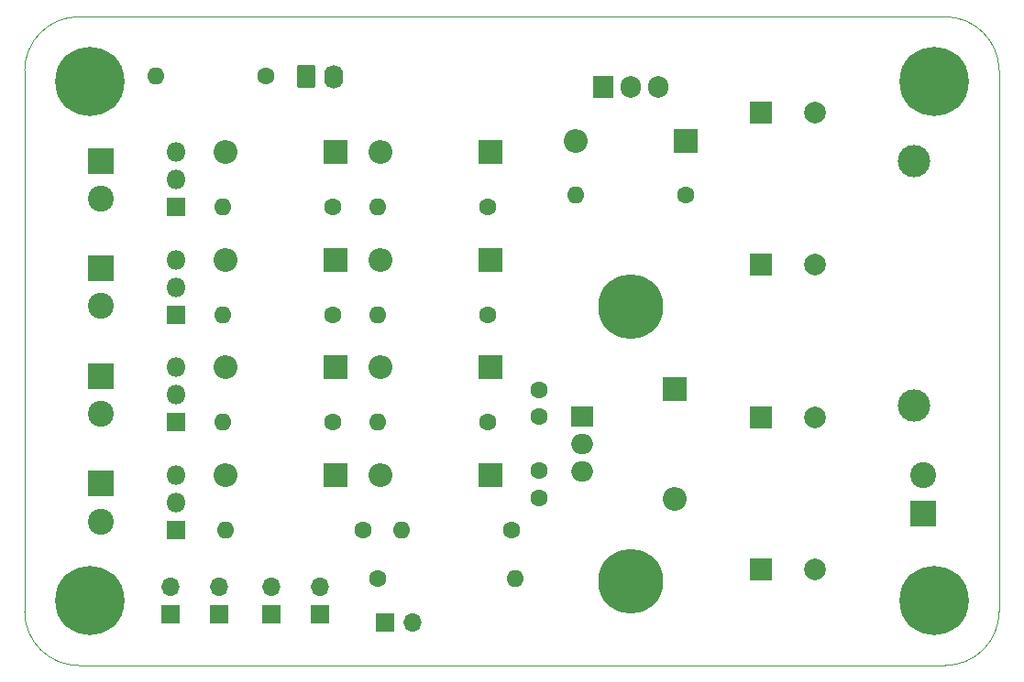
<source format=gbr>
%TF.GenerationSoftware,KiCad,Pcbnew,(5.1.8)-1*%
%TF.CreationDate,2021-02-11T07:27:05+01:00*%
%TF.ProjectId,psu,7073752e-6b69-4636-9164-5f7063625858,rev?*%
%TF.SameCoordinates,Original*%
%TF.FileFunction,Soldermask,Top*%
%TF.FilePolarity,Negative*%
%FSLAX46Y46*%
G04 Gerber Fmt 4.6, Leading zero omitted, Abs format (unit mm)*
G04 Created by KiCad (PCBNEW (5.1.8)-1) date 2021-02-11 07:27:05*
%MOMM*%
%LPD*%
G01*
G04 APERTURE LIST*
%TA.AperFunction,Profile*%
%ADD10C,0.050000*%
%TD*%
%ADD11R,2.000000X2.000000*%
%ADD12C,2.000000*%
%ADD13C,1.600000*%
%ADD14O,2.200000X2.200000*%
%ADD15R,2.200000X2.200000*%
%ADD16O,1.740000X2.190000*%
%ADD17C,3.000000*%
%ADD18R,2.400000X2.400000*%
%ADD19C,2.400000*%
%ADD20R,1.700000X1.700000*%
%ADD21O,1.700000X1.700000*%
%ADD22O,1.800000X1.800000*%
%ADD23R,1.800000X1.800000*%
%ADD24R,1.905000X2.000000*%
%ADD25O,1.905000X2.000000*%
%ADD26O,1.600000X1.600000*%
%ADD27O,2.000000X1.905000*%
%ADD28R,2.000000X1.905000*%
%ADD29C,6.000000*%
%ADD30C,6.400000*%
%ADD31C,0.800000*%
G04 APERTURE END LIST*
D10*
X85000000Y-110000000D02*
G75*
G02*
X80000000Y-105000000I0J5000000D01*
G01*
X170000000Y-105000000D02*
G75*
G02*
X165000000Y-110000000I-5000000J0D01*
G01*
X165000000Y-50000000D02*
G75*
G02*
X170000000Y-55000000I0J-5000000D01*
G01*
X80000000Y-55000000D02*
G75*
G02*
X85000000Y-50000000I5000000J0D01*
G01*
X170000000Y-55000000D02*
X170000000Y-105000000D01*
X85000000Y-110000000D02*
X165000000Y-110000000D01*
X85000000Y-50000000D02*
X165000000Y-50000000D01*
X80000000Y-55000000D02*
X80000000Y-105000000D01*
D11*
%TO.C,C1*%
X148000000Y-58850000D03*
D12*
X153000000Y-58850000D03*
%TD*%
D11*
%TO.C,C2*%
X148000000Y-72950000D03*
D12*
X153000000Y-72950000D03*
%TD*%
%TO.C,C3*%
X153000000Y-87050000D03*
D11*
X148000000Y-87050000D03*
%TD*%
D12*
%TO.C,C4*%
X153000000Y-101150000D03*
D11*
X148000000Y-101150000D03*
%TD*%
D13*
%TO.C,C5*%
X127500000Y-84500000D03*
X127500000Y-87000000D03*
%TD*%
%TO.C,C6*%
X127500000Y-92000000D03*
X127500000Y-94500000D03*
%TD*%
D14*
%TO.C,D1*%
X98590000Y-92400000D03*
D15*
X108750000Y-92400000D03*
%TD*%
%TO.C,D2*%
X108750000Y-82440000D03*
D14*
X98590000Y-82440000D03*
%TD*%
%TO.C,D3*%
X98590000Y-72480000D03*
D15*
X108750000Y-72480000D03*
%TD*%
%TO.C,D4*%
X108750000Y-62520000D03*
D14*
X98590000Y-62520000D03*
%TD*%
D15*
%TO.C,D5*%
X123034999Y-92400000D03*
D14*
X112874999Y-92400000D03*
%TD*%
D15*
%TO.C,D6*%
X123034999Y-82440000D03*
D14*
X112874999Y-82440000D03*
%TD*%
%TO.C,D7*%
X112874999Y-72480000D03*
D15*
X123034999Y-72480000D03*
%TD*%
D14*
%TO.C,D8*%
X112874999Y-62520000D03*
D15*
X123034999Y-62520000D03*
%TD*%
D14*
%TO.C,D9*%
X140000000Y-94580000D03*
D15*
X140000000Y-84420000D03*
%TD*%
%TO.C,D10*%
G36*
G01*
X105130000Y-56365001D02*
X105130000Y-54674999D01*
G75*
G02*
X105379999Y-54425000I249999J0D01*
G01*
X106620001Y-54425000D01*
G75*
G02*
X106870000Y-54674999I0J-249999D01*
G01*
X106870000Y-56365001D01*
G75*
G02*
X106620001Y-56615000I-249999J0D01*
G01*
X105379999Y-56615000D01*
G75*
G02*
X105130000Y-56365001I0J249999D01*
G01*
G37*
D16*
X108540000Y-55520000D03*
%TD*%
D15*
%TO.C,D11*%
X141080000Y-61500000D03*
D14*
X130920000Y-61500000D03*
%TD*%
D17*
%TO.C,F1*%
X162150000Y-63333333D03*
X162150000Y-85933333D03*
%TD*%
D18*
%TO.C,J1*%
X87000000Y-93190000D03*
D19*
X87000000Y-96690000D03*
%TD*%
%TO.C,J2*%
X87000000Y-86730000D03*
D18*
X87000000Y-83230000D03*
%TD*%
D19*
%TO.C,J3*%
X87000000Y-76770000D03*
D18*
X87000000Y-73270000D03*
%TD*%
%TO.C,J4*%
X87000000Y-63310000D03*
D19*
X87000000Y-66810000D03*
%TD*%
D18*
%TO.C,J5*%
X163000000Y-95916666D03*
D19*
X163000000Y-92416666D03*
%TD*%
D20*
%TO.C,JP1*%
X93500000Y-105275000D03*
D21*
X93500000Y-102735000D03*
%TD*%
%TO.C,JP2*%
X98000000Y-102735000D03*
D20*
X98000000Y-105275000D03*
%TD*%
%TO.C,JP3*%
X102750000Y-105275000D03*
D21*
X102750000Y-102735000D03*
%TD*%
%TO.C,JP4*%
X107250000Y-102735000D03*
D20*
X107250000Y-105275000D03*
%TD*%
%TO.C,JP5*%
X113324999Y-106000000D03*
D21*
X115864999Y-106000000D03*
%TD*%
D22*
%TO.C,Q1*%
X94000000Y-92400000D03*
X94000000Y-94940000D03*
D23*
X94000000Y-97480000D03*
%TD*%
%TO.C,Q2*%
X94000000Y-87520000D03*
D22*
X94000000Y-84980000D03*
X94000000Y-82440000D03*
%TD*%
%TO.C,Q3*%
X94000000Y-72480000D03*
X94000000Y-75020000D03*
D23*
X94000000Y-77560000D03*
%TD*%
%TO.C,Q4*%
X94000000Y-67600000D03*
D22*
X94000000Y-65060000D03*
X94000000Y-62520000D03*
%TD*%
D24*
%TO.C,Q5*%
X133460000Y-56500000D03*
D25*
X136000000Y-56500000D03*
X138540000Y-56500000D03*
%TD*%
D26*
%TO.C,R2*%
X114840000Y-97480000D03*
D13*
X125000000Y-97480000D03*
%TD*%
%TO.C,R3*%
X122734999Y-87520000D03*
D26*
X112574999Y-87520000D03*
%TD*%
D13*
%TO.C,R4*%
X122734999Y-77560000D03*
D26*
X112574999Y-77560000D03*
%TD*%
D13*
%TO.C,R5*%
X122734999Y-67600000D03*
D26*
X112574999Y-67600000D03*
%TD*%
%TO.C,R7*%
X98290000Y-87520000D03*
D13*
X108450000Y-87520000D03*
%TD*%
D26*
%TO.C,R8*%
X98290000Y-77560000D03*
D13*
X108450000Y-77560000D03*
%TD*%
D26*
%TO.C,R9*%
X98290000Y-67600000D03*
D13*
X108450000Y-67600000D03*
%TD*%
D26*
%TO.C,R10*%
X130920000Y-66500000D03*
D13*
X141080000Y-66500000D03*
%TD*%
%TO.C,R11*%
X102250000Y-55500000D03*
D26*
X92090000Y-55500000D03*
%TD*%
D27*
%TO.C,U1*%
X131500000Y-92040000D03*
X131500000Y-89500000D03*
D28*
X131500000Y-86960000D03*
%TD*%
D29*
%TO.C,HS1*%
X136000000Y-76800000D03*
X136000000Y-102200000D03*
%TD*%
D30*
%TO.C,H1*%
X86000000Y-56000000D03*
D31*
X88400000Y-56000000D03*
X87697056Y-57697056D03*
X86000000Y-58400000D03*
X84302944Y-57697056D03*
X83600000Y-56000000D03*
X84302944Y-54302944D03*
X86000000Y-53600000D03*
X87697056Y-54302944D03*
%TD*%
%TO.C,H2*%
X165697056Y-54302944D03*
X164000000Y-53600000D03*
X162302944Y-54302944D03*
X161600000Y-56000000D03*
X162302944Y-57697056D03*
X164000000Y-58400000D03*
X165697056Y-57697056D03*
X166400000Y-56000000D03*
D30*
X164000000Y-56000000D03*
%TD*%
%TO.C,H3*%
X164000000Y-104000000D03*
D31*
X166400000Y-104000000D03*
X165697056Y-105697056D03*
X164000000Y-106400000D03*
X162302944Y-105697056D03*
X161600000Y-104000000D03*
X162302944Y-102302944D03*
X164000000Y-101600000D03*
X165697056Y-102302944D03*
%TD*%
%TO.C,H4*%
X87697056Y-102302944D03*
X86000000Y-101600000D03*
X84302944Y-102302944D03*
X83600000Y-104000000D03*
X84302944Y-105697056D03*
X86000000Y-106400000D03*
X87697056Y-105697056D03*
X88400000Y-104000000D03*
D30*
X86000000Y-104000000D03*
%TD*%
D13*
%TO.C,R1*%
X112574999Y-102000000D03*
D26*
X125274999Y-102000000D03*
%TD*%
%TO.C,R6*%
X98590000Y-97480000D03*
D13*
X111290000Y-97480000D03*
%TD*%
M02*

</source>
